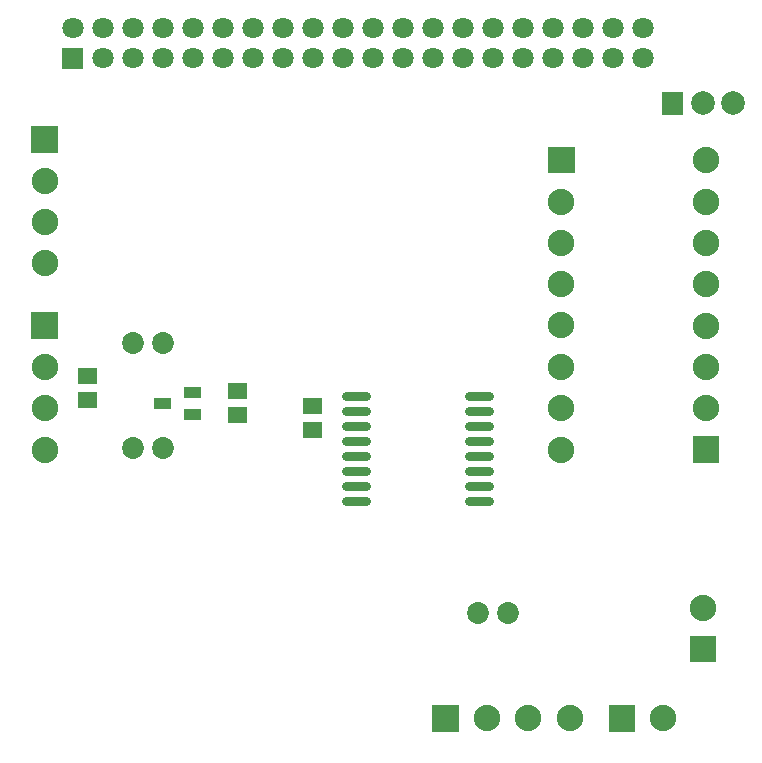
<source format=gbs>
G04 Layer: BottomSolderMaskLayer*
G04 EasyEDA v6.3.22, 2020-01-23T08:33:16+01:00*
G04 c9beca13151b413282484c31864a17c3,a11fdbbf625d454fa155e63b1a2a2389,10*
G04 Gerber Generator version 0.2*
G04 Scale: 100 percent, Rotated: No, Reflected: No *
G04 Dimensions in inches *
G04 leading zeros omitted , absolute positions ,2 integer and 4 decimal *
%FSLAX24Y24*%
%MOIN*%
G90*
G70D02*

%ADD33C,0.031622*%
%ADD35R,0.088000X0.088000*%
%ADD36C,0.088000*%
%ADD38C,0.070992*%
%ADD39C,0.078866*%
%ADD44C,0.073000*%

%LPD*%
G54D33*
G01X12539Y9000D02*
G01X11870Y9000D01*
G01X12539Y9500D02*
G01X11870Y9500D01*
G01X12539Y10000D02*
G01X11870Y10000D01*
G01X12539Y10500D02*
G01X11870Y10500D01*
G01X12539Y11000D02*
G01X11870Y11000D01*
G01X12539Y11500D02*
G01X11870Y11500D01*
G01X12539Y12000D02*
G01X11870Y12000D01*
G01X12539Y12500D02*
G01X11870Y12500D01*
G01X16629Y9000D02*
G01X15960Y9000D01*
G01X16629Y9500D02*
G01X15960Y9500D01*
G01X16629Y10000D02*
G01X15960Y10000D01*
G01X16629Y10500D02*
G01X15960Y10500D01*
G01X16629Y11000D02*
G01X15960Y11000D01*
G01X16629Y11500D02*
G01X15960Y11500D01*
G01X16629Y12000D02*
G01X15960Y12000D01*
G01X16629Y12500D02*
G01X15960Y12500D01*
G36*
G01X1376Y20603D02*
G01X1376Y21484D01*
G01X2257Y21484D01*
G01X2257Y20603D01*
G01X1376Y20603D01*
G37*
G54D36*
G01X1816Y19663D03*
G01X1816Y18283D03*
G01X1816Y16913D03*
G36*
G01X2394Y23394D02*
G01X2394Y24105D01*
G01X3105Y24105D01*
G01X3105Y23394D01*
G01X2394Y23394D01*
G37*
G54D38*
G01X2750Y24750D03*
G01X3750Y23750D03*
G01X3750Y24750D03*
G01X4750Y23750D03*
G01X4750Y24750D03*
G01X5750Y23750D03*
G01X5750Y24750D03*
G01X6750Y23750D03*
G01X6750Y24750D03*
G01X7750Y23750D03*
G01X7750Y24750D03*
G01X8750Y23750D03*
G01X8750Y24750D03*
G01X9750Y23750D03*
G01X9750Y24750D03*
G01X10750Y23750D03*
G01X10750Y24750D03*
G01X11750Y23750D03*
G01X11750Y24750D03*
G01X12750Y23750D03*
G01X12750Y24750D03*
G01X13750Y23750D03*
G01X13750Y24750D03*
G01X14750Y23750D03*
G01X14750Y24750D03*
G01X15750Y23750D03*
G01X15750Y24750D03*
G01X16750Y23750D03*
G01X16750Y24750D03*
G01X17750Y23750D03*
G01X17750Y24750D03*
G01X18750Y23750D03*
G01X18750Y24750D03*
G01X19750Y23750D03*
G01X19750Y24750D03*
G01X20750Y23750D03*
G01X20750Y24750D03*
G01X21750Y23750D03*
G01X21750Y24750D03*
G54D39*
G01X24750Y22250D03*
G01X23750Y22250D03*
G36*
G01X22400Y21855D02*
G01X22400Y22644D01*
G01X23100Y22644D01*
G01X23100Y21855D01*
G01X22400Y21855D01*
G37*
G36*
G01X23423Y10269D02*
G01X23423Y11148D01*
G01X24303Y11148D01*
G01X24303Y10269D01*
G01X23423Y10269D01*
G37*
G54D36*
G01X23864Y12088D03*
G01X23864Y13468D03*
G01X23864Y14838D03*
G01X23864Y16218D03*
G01X23864Y17598D03*
G01X23864Y18978D03*
G01X23864Y20358D03*
G36*
G01X14744Y1309D02*
G01X14744Y2190D01*
G01X15625Y2190D01*
G01X15625Y1309D01*
G01X14744Y1309D01*
G37*
G01X16564Y1750D03*
G01X17944Y1750D03*
G01X19314Y1750D03*
G36*
G01X1376Y14403D02*
G01X1376Y15282D01*
G01X2257Y15282D01*
G01X2257Y14403D01*
G01X1376Y14403D01*
G37*
G01X1816Y13462D03*
G01X1816Y12082D03*
G01X1816Y10712D03*
G54D35*
G01X23750Y4059D03*
G54D36*
G01X23750Y5440D03*
G36*
G01X18601Y19919D02*
G01X18601Y20798D01*
G01X19481Y20798D01*
G01X19481Y19919D01*
G01X18601Y19919D01*
G37*
G01X19041Y18978D03*
G01X19041Y17598D03*
G01X19041Y16228D03*
G01X19041Y14848D03*
G01X19041Y13468D03*
G01X19041Y12088D03*
G01X19041Y10708D03*
G36*
G01X10425Y11882D02*
G01X10425Y12417D01*
G01X11075Y12417D01*
G01X11075Y11882D01*
G01X10425Y11882D01*
G37*
G36*
G01X10425Y11082D02*
G01X10425Y11617D01*
G01X11075Y11617D01*
G01X11075Y11082D01*
G01X10425Y11082D01*
G37*
G36*
G01X5471Y12071D02*
G01X5471Y12428D01*
G01X6044Y12428D01*
G01X6044Y12071D01*
G01X5471Y12071D01*
G37*
G36*
G01X6455Y11698D02*
G01X6455Y12053D01*
G01X7028Y12053D01*
G01X7028Y11698D01*
G01X6455Y11698D01*
G37*
G36*
G01X6455Y12446D02*
G01X6455Y12801D01*
G01X7028Y12801D01*
G01X7028Y12446D01*
G01X6455Y12446D01*
G37*
G36*
G01X2925Y12882D02*
G01X2925Y13417D01*
G01X3575Y13417D01*
G01X3575Y12882D01*
G01X2925Y12882D01*
G37*
G36*
G01X2925Y12082D02*
G01X2925Y12617D01*
G01X3575Y12617D01*
G01X3575Y12082D01*
G01X2925Y12082D01*
G37*
G36*
G01X7925Y11582D02*
G01X7925Y12117D01*
G01X8575Y12117D01*
G01X8575Y11582D01*
G01X7925Y11582D01*
G37*
G36*
G01X7925Y12382D02*
G01X7925Y12917D01*
G01X8575Y12917D01*
G01X8575Y12382D01*
G01X7925Y12382D01*
G37*
G36*
G01X20619Y1309D02*
G01X20619Y2190D01*
G01X21500Y2190D01*
G01X21500Y1309D01*
G01X20619Y1309D01*
G37*
G01X22439Y1750D03*
G54D44*
G01X5750Y10750D03*
G01X4750Y10750D03*
G01X17250Y5250D03*
G01X16250Y5250D03*
G01X5750Y14250D03*
G01X4750Y14250D03*
M00*
M02*

</source>
